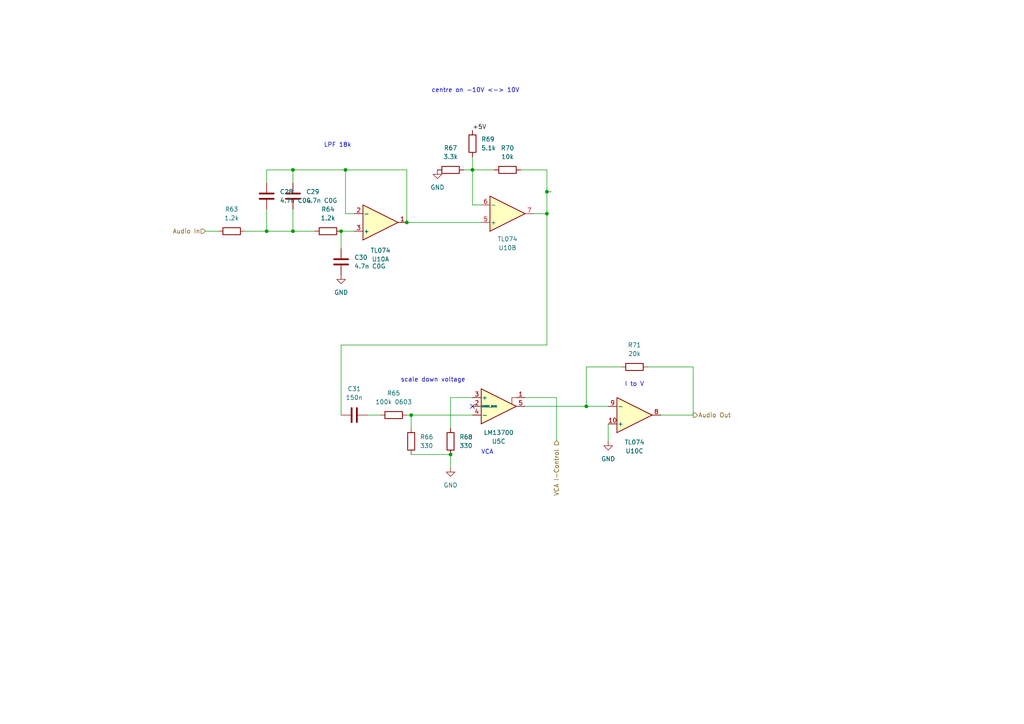
<source format=kicad_sch>
(kicad_sch (version 20231120) (generator "eeschema") (generator_version "8.0")
  (paper "A4")
  (lib_symbols
    (symbol "Amplifier_Operational:LM13700" (pin_names (offset 0.127))
      (property "Reference" "U" (at 3.81 5.08 0))
      (property "Value" "LM13700" (at 5.08 -5.08 0))
      (symbol "LM13700_1_1"
        (polyline (pts (xy 3.81 -0.635) (xy 3.81 -2.54) (xy 5.08 -2.54)))
        (polyline (pts (xy 5.08 0) (xy -5.08 -5.08) (xy -5.08 5.08) (xy 5.08 0)) (stroke (width 0.254)) (fill (type background)))
        (pin output line (at 7.62 0 180) (length 2.54) (name "~") (number "12"))
        (pin input line (at -7.62 2.54 0) (length 2.54) (name "-") (number "13"))
        (pin input line (at -7.62 -2.54 0) (length 2.54) (name "+") (number "14"))
        (pin input line (at -7.62 0 0) (length 2.54) (name "DIODE_BIAS") (number "15"))
        (pin input line (at 7.62 -2.54 180) (length 2.54) (name "~") (number "16"))
      )
      (symbol "LM13700_2_0"
        (polyline (pts (xy -1.905 2.54) (xy -3.175 2.54)))
      )
      (symbol "LM13700_2_1"
        (circle (center -2.54 1.905) (radius 0.254) (stroke (width 0.254)) (fill (type outline)))
        (polyline (pts (xy -3.81 -0.635) (xy -2.54 -1.27)))
        (polyline (pts (xy -3.81 1.27) (xy -3.81 -1.27)))
        (polyline (pts (xy -2.54 -1.905) (xy -1.27 -2.54)))
        (polyline (pts (xy -2.54 0) (xy -2.54 -2.54)))
        (polyline (pts (xy -3.81 0.635) (xy -2.54 1.27) (xy -2.54 1.905) (xy -2.54 2.54)))
        (polyline (pts (xy -2.54 -1.27) (xy -3.175 -0.635) (xy -3.175 -1.27) (xy -2.54 -1.27)) (fill (type outline)))
        (polyline (pts (xy -2.54 -0.635) (xy -1.27 0) (xy -1.27 1.905) (xy -2.54 1.905)))
        (polyline (pts (xy -1.27 -2.54) (xy -1.905 -1.905) (xy -1.905 -2.54) (xy -1.27 -2.54)) (fill (type outline)))
        (text "V+" (at -2.54 3.81 0) (effects (font (size 1.27 1.27))))
        (pin input line (at -7.62 0 0) (length 3.81) (name "~") (number "10"))
        (pin output line (at 2.54 -2.54 180) (length 3.81) (name "~") (number "9"))
      )
      (symbol "LM13700_3_1"
        (polyline (pts (xy 3.81 -0.635) (xy 3.81 -2.54) (xy 5.08 -2.54)))
        (polyline (pts (xy 5.08 0) (xy -5.08 -5.08) (xy -5.08 5.08) (xy 5.08 0)) (stroke (width 0.254)) (fill (type background)))
        (pin input line (at 7.62 -2.54 180) (length 2.54) (name "~") (number "1"))
        (pin input line (at -7.62 0 0) (length 2.54) (name "DIODE_BIAS") (number "2"))
        (pin input line (at -7.62 -2.54 0) (length 2.54) (name "+") (number "3"))
        (pin input line (at -7.62 2.54 0) (length 2.54) (name "-") (number "4"))
        (pin output line (at 7.62 0 180) (length 2.54) (name "~") (number "5"))
      )
      (symbol "LM13700_4_0"
        (polyline (pts (xy -3.175 2.54) (xy -1.905 2.54)))
        (text "V+" (at -2.54 3.81 0) (effects (font (size 1.27 1.27))))
      )
      (symbol "LM13700_4_1"
        (circle (center -2.54 1.905) (radius 0.254) (stroke (width 0.254)) (fill (type outline)))
        (polyline (pts (xy -3.81 -0.635) (xy -2.54 -1.27)))
        (polyline (pts (xy -3.81 1.27) (xy -3.81 -1.27)))
        (polyline (pts (xy -2.54 -1.905) (xy -1.27 -2.54)))
        (polyline (pts (xy -2.54 0) (xy -2.54 -2.54)))
        (polyline (pts (xy -3.81 0.635) (xy -2.54 1.27) (xy -2.54 2.54)))
        (polyline (pts (xy -2.54 -1.27) (xy -3.175 -0.635) (xy -3.175 -1.27) (xy -2.54 -1.27)) (fill (type outline)))
        (polyline (pts (xy -2.54 -0.635) (xy -1.27 0) (xy -1.27 1.905) (xy -2.54 1.905)))
        (polyline (pts (xy -1.27 -2.54) (xy -1.905 -1.905) (xy -1.905 -2.54) (xy -1.27 -2.54)) (fill (type outline)))
        (pin input line (at -7.62 0 0) (length 3.81) (name "~") (number "7"))
        (pin output line (at 2.54 -2.54 180) (length 3.81) (name "~") (number "8"))
      )
      (symbol "LM13700_5_1"
        (pin power_in line (at -2.54 7.62 270) (length 3.81) (name "V+") (number "11"))
        (pin power_in line (at -2.54 -7.62 90) (length 3.81) (name "V-") (number "6"))
      )
    )
    (symbol "Amplifier_Operational:TL074" (pin_names (offset 0.127))
      (property "Reference" "U" (at 0 5.08 0))
      (property "Value" "TL074" (at 0 -5.08 0))
      (symbol "TL074_1_1"
        (polyline (pts (xy -5.08 5.08) (xy 5.08 0) (xy -5.08 -5.08) (xy -5.08 5.08)) (stroke (width 0.254)) (fill (type background)))
        (pin output line (at 7.62 0 180) (length 2.54) (name "~") (number "1"))
        (pin input line (at -7.62 -2.54 0) (length 2.54) (name "-") (number "2"))
        (pin input line (at -7.62 2.54 0) (length 2.54) (name "+") (number "3"))
      )
      (symbol "TL074_2_1"
        (polyline (pts (xy -5.08 5.08) (xy 5.08 0) (xy -5.08 -5.08) (xy -5.08 5.08)) (stroke (width 0.254)) (fill (type background)))
        (pin input line (at -7.62 2.54 0) (length 2.54) (name "+") (number "5"))
        (pin input line (at -7.62 -2.54 0) (length 2.54) (name "-") (number "6"))
        (pin output line (at 7.62 0 180) (length 2.54) (name "~") (number "7"))
      )
      (symbol "TL074_3_1"
        (polyline (pts (xy -5.08 5.08) (xy 5.08 0) (xy -5.08 -5.08) (xy -5.08 5.08)) (stroke (width 0.254)) (fill (type background)))
        (pin input line (at -7.62 2.54 0) (length 2.54) (name "+") (number "10"))
        (pin output line (at 7.62 0 180) (length 2.54) (name "~") (number "8"))
        (pin input line (at -7.62 -2.54 0) (length 2.54) (name "-") (number "9"))
      )
      (symbol "TL074_4_1"
        (polyline (pts (xy -5.08 5.08) (xy 5.08 0) (xy -5.08 -5.08) (xy -5.08 5.08)) (stroke (width 0.254)) (fill (type background)))
        (pin input line (at -7.62 2.54 0) (length 2.54) (name "+") (number "12"))
        (pin input line (at -7.62 -2.54 0) (length 2.54) (name "-") (number "13"))
        (pin output line (at 7.62 0 180) (length 2.54) (name "~") (number "14"))
      )
      (symbol "TL074_5_1"
        (pin power_in line (at -2.54 -7.62 90) (length 3.81) (name "V-") (number "11"))
        (pin power_in line (at -2.54 7.62 270) (length 3.81) (name "V+") (number "4"))
      )
    )
    (symbol "Device:C" (pin_numbers hide) (pin_names (offset 0.254))
      (property "Reference" "C" (at 0.635 2.54 0))
      (property "Value" "C" (at 0.635 -2.54 0))
      (symbol "C_0_1"
        (polyline (pts (xy -2.032 -0.762) (xy 2.032 -0.762)) (stroke (width 0.508)))
        (polyline (pts (xy -2.032 0.762) (xy 2.032 0.762)) (stroke (width 0.508)))
      )
      (symbol "C_1_1"
        (pin passive line (at 0 3.81 270) (length 2.794) (name "~") (number "1"))
        (pin passive line (at 0 -3.81 90) (length 2.794) (name "~") (number "2"))
      )
    )
    (symbol "Device:R" (pin_numbers hide) (pin_names (offset 0))
      (property "Reference" "R" (at 2.032 0 90))
      (property "Value" "R" (at 0 0 90))
      (symbol "R_0_1"
        (rectangle (start -1.016 -2.54) (end 1.016 2.54) (stroke (width 0.254)))
      )
      (symbol "R_1_1"
        (pin passive line (at 0 3.81 270) (length 1.27) (name "~") (number "1"))
        (pin passive line (at 0 -3.81 90) (length 1.27) (name "~") (number "2"))
      )
    )
    (symbol "power:GND" (power) (pin_numbers hide) (pin_names (offset 0) hide)
      (property "Value" "GND" (at 0 -3.81 0))
      (symbol "GND_0_1"
        (polyline (pts (xy 0 0) (xy 0 -1.27) (xy 1.27 -1.27) (xy 0 -2.54) (xy -1.27 -1.27) (xy 0 -1.27)))
      )
      (symbol "GND_1_1"
        (pin power_in line (at 0 0 270) (length 0) (name "~") (number "1"))
      )
    )
  )
  (junction (at 98.933 67.056))
  (junction (at 137.033 49.276))
  (junction (at 119.253 120.396))
  (junction (at 158.623 61.976))
  (junction (at 158.623 55.626))
  (junction (at 130.683 131.826))
  (junction (at 77.343 67.056))
  (junction (at 100.203 49.276))
  (junction (at 170.053 117.856))
  (junction (at 84.963 67.056))
  (junction (at 117.983 64.516))
  (junction (at 84.963 49.276))
  (no_connect (at 137.033 117.856))
  (wire (pts (xy 151.003 49.276) (xy 158.623 49.276)))
  (wire (pts (xy 98.933 67.056) (xy 98.933 72.136)))
  (wire (pts (xy 77.343 49.276) (xy 84.963 49.276)))
  (wire (pts (xy 117.983 120.396) (xy 119.253 120.396)))
  (wire (pts (xy 176.403 128.016) (xy 176.403 122.936)))
  (wire (pts (xy 170.053 106.426) (xy 170.053 117.856)))
  (wire (pts (xy 130.683 135.636) (xy 130.683 131.826)))
  (wire (pts (xy 201.041 106.426) (xy 187.833 106.426)))
  (wire (pts (xy 161.417 115.316) (xy 152.273 115.316)))
  (wire (pts (xy 191.643 120.396) (xy 201.041 120.396)))
  (wire (pts (xy 98.933 67.056) (xy 102.743 67.056)))
  (wire (pts (xy 77.343 67.056) (xy 84.963 67.056)))
  (wire (pts (xy 180.213 106.426) (xy 170.053 106.426)))
  (wire (pts (xy 152.273 117.856) (xy 170.053 117.856)))
  (wire (pts (xy 77.343 53.086) (xy 77.343 49.276)))
  (wire (pts (xy 130.683 124.206) (xy 130.683 115.316)))
  (wire (pts (xy 137.033 45.466) (xy 137.033 49.276)))
  (wire (pts (xy 137.033 59.436) (xy 137.033 49.276)))
  (wire (pts (xy 84.963 49.276) (xy 100.203 49.276)))
  (wire (pts (xy 130.683 115.316) (xy 137.033 115.316)))
  (wire (pts (xy 119.253 131.826) (xy 130.683 131.826)))
  (wire (pts (xy 117.983 64.516) (xy 139.573 64.516)))
  (wire (pts (xy 158.623 55.626) (xy 158.623 61.976)))
  (wire (pts (xy 119.253 124.206) (xy 119.253 120.396)))
  (wire (pts (xy 137.033 49.276) (xy 143.383 49.276)))
  (wire (pts (xy 158.623 55.626) (xy 159.893 55.626)))
  (wire (pts (xy 100.203 49.276) (xy 117.983 49.276)))
  (wire (pts (xy 139.573 59.436) (xy 137.033 59.436)))
  (wire (pts (xy 84.963 67.056) (xy 91.313 67.056)))
  (wire (pts (xy 161.417 127.762) (xy 161.417 115.316)))
  (wire (pts (xy 117.983 49.276) (xy 117.983 64.516)))
  (wire (pts (xy 100.203 61.976) (xy 100.203 49.276)))
  (wire (pts (xy 158.623 100.076) (xy 98.933 100.076)))
  (wire (pts (xy 84.963 60.706) (xy 84.963 67.056)))
  (wire (pts (xy 158.623 61.976) (xy 154.813 61.976)))
  (wire (pts (xy 102.743 61.976) (xy 100.203 61.976)))
  (wire (pts (xy 77.343 60.706) (xy 77.343 67.056)))
  (wire (pts (xy 59.563 67.056) (xy 63.373 67.056)))
  (wire (pts (xy 158.623 61.976) (xy 158.623 100.076)))
  (wire (pts (xy 98.933 100.076) (xy 98.933 120.396)))
  (wire (pts (xy 84.963 53.086) (xy 84.963 49.276)))
  (wire (pts (xy 158.623 49.276) (xy 158.623 55.626)))
  (wire (pts (xy 201.041 106.426) (xy 201.041 120.396)))
  (wire (pts (xy 110.363 120.396) (xy 106.553 120.396)))
  (wire (pts (xy 119.253 120.396) (xy 137.033 120.396)))
  (wire (pts (xy 70.993 67.056) (xy 77.343 67.056)))
  (wire (pts (xy 170.053 117.856) (xy 176.403 117.856)))
  (wire (pts (xy 134.493 49.276) (xy 137.033 49.276)))
  (text "LPF 18k\n" (at 97.917 42.164 0) (effects (font (size 1.27 1.27))))
  (text "I to V" (at 184.023 111.506 0) (effects (font (size 1.27 1.27))))
  (text "VCA" (at 141.351 131.191 0) (effects (font (size 1.27 1.27))))
  (text "centre on -10V <-> 10V" (at 137.922 26.289 0) (effects (font (size 1.27 1.27))))
  (text "scale down voltage" (at 125.603 110.236 0) (effects (font (size 1.27 1.27))))
  (label "+5V" (at 137.033 37.846 0))
  (hierarchical_label "Audio In" (shape input) (at 59.563 67.056 180))
  (hierarchical_label "Audio Out" (shape output) (at 201.041 120.396 0))
  (hierarchical_label "VCA I-Control " (shape input) (at 161.417 127.762 270))
  (symbol (lib_id "power:GND") (at 98.933 79.756 0) (unit 1)
    (property "Reference" "#PWR091" (effects (hide yes)))
    (property "Value" "GND" (at 98.933 84.836 0))
    (property "Description" "Power symbol creates a global label with name \"GND\" , ground" (effects (hide yes)))
    (instances (project "myriad_0.4" (path "" (reference "#PWR091") (unit 1)) (path "" (reference "#PWR087") (unit 1))))
  )
  (symbol (lib_id "Device:C") (at 84.963 56.896 0) (unit 1)
    (property "Reference" "C29" (at 88.773 55.6259 0) (effects (justify left)))
    (property "Value" "4.7n C0G" (at 88.773 58.1659 0) (effects (justify left)))
    (property "Footprint" "Capacitor_SMD:C_0805_2012Metric" (effects (hide yes)))
    (property "Description" "Unpolarized capacitor" (effects (hide yes)))
    (instances (project "myriad_0.4" (path "" (reference "C29") (unit 1)) (path "" (reference "C25") (unit 1))))
  )
  (symbol (lib_id "Amplifier_Operational:TL074") (at 184.023 120.396 0) (mirror x) (unit 3)
    (property "Reference" "U4" (at 184.023 130.81 0))
    (property "Value" "TL074" (at 184.023 128.27 0))
    (property "Datasheet" "http://www.ti.com/lit/ds/symlink/tl071.pdf" (effects (hide yes)))
    (property "Description" "Quad Low-Noise JFET-Input Operational Amplifiers, DIP-14/SOIC-14" (effects (hide yes)))
    (instances (project "myriad_0.4" (path "" (reference "U10") (unit 3)) (path "" (reference "U4") (unit 3))))
  )
  (symbol (lib_id "Device:C") (at 77.343 56.896 0) (mirror y) (unit 1)
    (property "Reference" "C28" (at 81.153 55.6259 0) (effects (justify right)))
    (property "Value" "4.7n C0G" (at 81.153 58.1659 0) (effects (justify right)))
    (property "Footprint" "Capacitor_SMD:C_0805_2012Metric" (effects (hide yes)))
    (property "Description" "Unpolarized capacitor" (effects (hide yes)))
    (instances (project "myriad_0.4" (path "" (reference "C28") (unit 1)) (path "" (reference "C24") (unit 1))))
  )
  (symbol (lib_id "Device:R") (at 114.173 120.396 90) (unit 1)
    (property "Reference" "R65" (at 114.173 114.046 90))
    (property "Value" "100k 0603" (at 114.173 116.586 90))
    (property "Footprint" "Resistor_SMD:R_0603_1608Metric" (effects (hide yes)))
    (property "Description" "Resistor" (effects (hide yes)))
    (instances (project "myriad_0.4" (path "" (reference "R65") (unit 1)) (path "" (reference "R56") (unit 1))))
  )
  (symbol (lib_id "Device:R") (at 67.183 67.056 90) (unit 1)
    (property "Reference" "R63" (at 67.183 60.706 90))
    (property "Value" "1.2k" (at 67.183 63.246 90))
    (property "Footprint" "Resistor_SMD:R_0603_1608Metric" (effects (hide yes)))
    (property "Description" "Resistor" (effects (hide yes)))
    (instances (project "myriad_0.4" (path "" (reference "R63") (unit 1)) (path "" (reference "R54") (unit 1))))
  )
  (symbol (lib_id "Device:C") (at 102.743 120.396 90) (unit 1)
    (property "Reference" "C31" (at 102.743 112.776 90))
    (property "Value" "150n" (at 102.743 115.316 90))
    (property "Footprint" "Capacitor_THT:C_Rect_L7.0mm_W4.5mm_P5.00mm" (effects (hide yes)))
    (property "Description" "Unpolarized capacitor" (effects (hide yes)))
    (instances (project "myriad_0.4" (path "" (reference "C31") (unit 1)) (path "" (reference "C27") (unit 1))))
  )
  (symbol (lib_id "Device:R") (at 95.123 67.056 90) (unit 1)
    (property "Reference" "R64" (at 95.123 60.706 90))
    (property "Value" "1.2k" (at 95.123 63.246 90))
    (property "Footprint" "Resistor_SMD:R_0603_1608Metric" (effects (hide yes)))
    (property "Description" "Resistor" (effects (hide yes)))
    (instances (project "myriad_0.4" (path "" (reference "R64") (unit 1)) (path "" (reference "R55") (unit 1))))
  )
  (symbol (lib_id "Device:R") (at 130.683 49.276 90) (unit 1)
    (property "Reference" "R67" (at 130.683 42.926 90))
    (property "Value" "3.3k" (at 130.683 45.466 90))
    (property "Footprint" "Resistor_SMD:R_0603_1608Metric" (effects (hide yes)))
    (property "Description" "Resistor" (effects (hide yes)))
    (instances (project "myriad_0.4" (path "" (reference "R67") (unit 1)) (path "" (reference "R58") (unit 1))))
  )
  (symbol (lib_id "Device:R") (at 184.023 106.426 90) (unit 1)
    (property "Reference" "R71" (at 184.023 100.076 90))
    (property "Value" "20k" (at 184.023 102.616 90))
    (property "Footprint" "Resistor_SMD:R_0603_1608Metric" (effects (hide yes)))
    (property "Description" "Resistor" (effects (hide yes)))
    (instances (project "myriad_0.4" (path "" (reference "R71") (unit 1)) (path "" (reference "R62") (unit 1))))
  )
  (symbol (lib_id "Device:R") (at 147.193 49.276 90) (unit 1)
    (property "Reference" "R70" (at 147.193 42.926 90))
    (property "Value" "10k" (at 147.193 45.466 90))
    (property "Footprint" "Resistor_SMD:R_0603_1608Metric" (effects (hide yes)))
    (property "Description" "Resistor" (effects (hide yes)))
    (instances (project "myriad_0.4" (path "" (reference "R70") (unit 1)) (path "" (reference "R61") (unit 1))))
  )
  (symbol (lib_id "Amplifier_Operational:TL074") (at 147.193 61.976 0) (mirror x) (unit 2)
    (property "Reference" "U4" (at 147.193 71.882 0))
    (property "Value" "TL074" (at 147.193 69.342 0))
    (property "Datasheet" "http://www.ti.com/lit/ds/symlink/tl071.pdf" (effects (hide yes)))
    (property "Description" "Quad Low-Noise JFET-Input Operational Amplifiers, DIP-14/SOIC-14" (effects (hide yes)))
    (instances (project "myriad_0.4" (path "" (reference "U10") (unit 2)) (path "" (reference "U4") (unit 2))))
  )
  (symbol (lib_id "power:GND") (at 130.683 135.636 0) (unit 1)
    (property "Reference" "#PWR093" (effects (hide yes)))
    (property "Value" "GND" (at 130.683 140.716 0))
    (property "Description" "Power symbol creates a global label with name \"GND\" , ground" (effects (hide yes)))
    (instances (project "myriad_0.4" (path "" (reference "#PWR093") (unit 1)) (path "" (reference "#PWR089") (unit 1))))
  )
  (symbol (lib_id "Amplifier_Operational:LM13700") (at 144.653 117.856 0) (mirror x) (unit 3)
    (property "Reference" "U5" (at 144.653 128.016 0))
    (property "Value" "LM13700" (at 144.653 125.476 0))
    (property "Footprint" "Package_SO:SOIC-16_3.9x9.9mm_P1.27mm" (effects (hide yes)))
    (property "Datasheet" "http://www.ti.com/lit/ds/symlink/lm13700.pdf" (effects (hide yes)))
    (property "Description" "Dual Operational Transconductance Amplifiers with Linearizing Diodes and Buffers, DIP-16/SOIC-16" (effects (hide yes)))
    (instances (project "myriad_0.4" (path "" (reference "U5") (unit 3)) (path "" (reference "U5") (unit 1))))
  )
  (symbol (lib_id "power:GND") (at 126.873 49.276 0) (unit 1)
    (property "Reference" "#PWR092" (effects (hide yes)))
    (property "Value" "GND" (at 126.873 54.356 0))
    (property "Description" "Power symbol creates a global label with name \"GND\" , ground" (effects (hide yes)))
    (instances (project "myriad_0.4" (path "" (reference "#PWR092") (unit 1)) (path "" (reference "#PWR088") (unit 1))))
  )
  (symbol (lib_id "Device:R") (at 130.683 128.016 0) (unit 1)
    (property "Reference" "R68" (at 133.223 126.7459 0) (effects (justify left)))
    (property "Value" "330" (at 133.223 129.2859 0) (effects (justify left)))
    (property "Footprint" "Resistor_SMD:R_0603_1608Metric" (effects (hide yes)))
    (property "Description" "Resistor" (effects (hide yes)))
    (instances (project "myriad_0.4" (path "" (reference "R68") (unit 1)) (path "" (reference "R59") (unit 1))))
  )
  (symbol (lib_id "Device:R") (at 119.253 128.016 0) (unit 1)
    (property "Reference" "R66" (at 121.793 126.7459 0) (effects (justify left)))
    (property "Value" "330" (at 121.793 129.2859 0) (effects (justify left)))
    (property "Footprint" "Resistor_SMD:R_0603_1608Metric" (effects (hide yes)))
    (property "Description" "Resistor" (effects (hide yes)))
    (instances (project "myriad_0.4" (path "" (reference "R66") (unit 1)) (path "" (reference "R57") (unit 1))))
  )
  (symbol (lib_id "Device:C") (at 98.933 75.946 0) (unit 1)
    (property "Reference" "C30" (at 102.743 74.6759 0) (effects (justify left)))
    (property "Value" "4.7n C0G" (at 102.743 77.2159 0) (effects (justify left)))
    (property "Footprint" "Capacitor_SMD:C_0805_2012Metric" (effects (hide yes)))
    (property "Description" "Unpolarized capacitor" (effects (hide yes)))
    (instances (project "myriad_0.4" (path "" (reference "C30") (unit 1)) (path "" (reference "C26") (unit 1))))
  )
  (symbol (lib_id "Amplifier_Operational:TL074") (at 110.363 64.516 0) (mirror x) (unit 1)
    (property "Reference" "U4" (at 110.363 75.184 0))
    (property "Value" "TL074" (at 110.363 72.644 0))
    (property "Datasheet" "http://www.ti.com/lit/ds/symlink/tl071.pdf" (effects (hide yes)))
    (property "Description" "Quad Low-Noise JFET-Input Operational Amplifiers, DIP-14/SOIC-14" (effects (hide yes)))
    (instances (project "myriad_0.4" (path "" (reference "U10") (unit 1)) (path "" (reference "U4") (unit 1))))
  )
  (symbol (lib_id "power:GND") (at 176.403 128.016 0) (unit 1)
    (property "Reference" "#PWR094" (effects (hide yes)))
    (property "Value" "GND" (at 176.403 133.096 0))
    (property "Description" "Power symbol creates a global label with name \"GND\" , ground" (effects (hide yes)))
    (instances (project "myriad_0.4" (path "" (reference "#PWR094") (unit 1)) (path "" (reference "#PWR090") (unit 1))))
  )
  (symbol (lib_id "Device:R") (at 137.033 41.656 0) (unit 1)
    (property "Reference" "R69" (at 139.573 40.3859 0) (effects (justify left)))
    (property "Value" "5.1k" (at 139.573 42.9259 0) (effects (justify left)))
    (property "Footprint" "Resistor_SMD:R_0603_1608Metric" (effects (hide yes)))
    (property "Description" "Resistor" (effects (hide yes)))
    (instances (project "myriad_0.4" (path "" (reference "R69") (unit 1)) (path "" (reference "R60") (unit 1))))
  )
)
</source>
